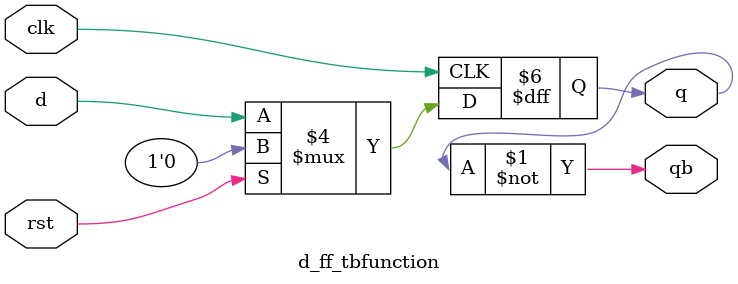
<source format=v>

 

//* Inputs: `d, clk, rst` (active high async reset)
//* Output: `q`

//**Testbench Requirements:**

//* Test cases: reset active, reset release, d=0, d=1.
//* Check q updates only on `posedge clk`.
//* Insert random delays for d to test hold/propagation.
 
 
 module d_ff_tbfunction (
    input wire d,
    input wire rst,
    input wire clk,
    output wire qb,
    output reg q
);

  assign qb = ~q;

  always @(posedge clk) begin
    if (rst) begin
      q <= 1'b0;
    end else begin
      q <= d;
    end
  end
endmodule



</source>
